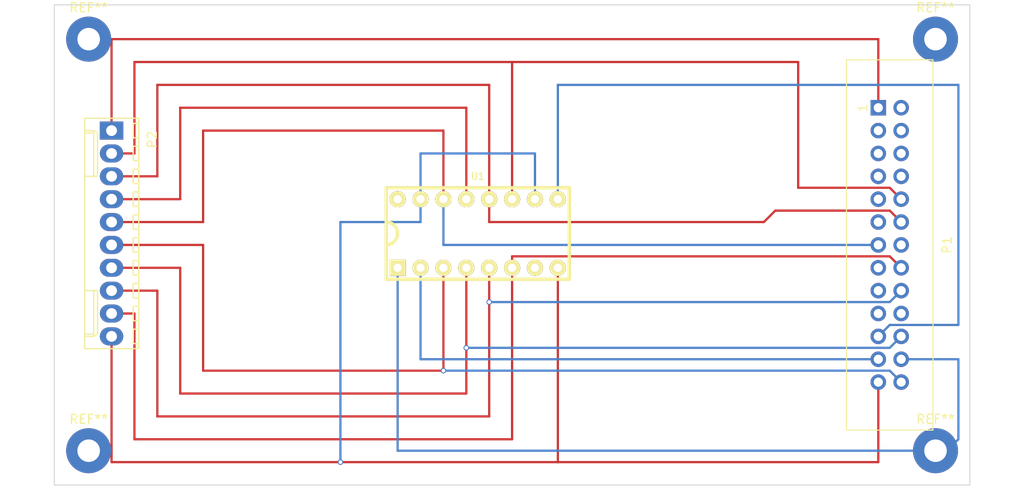
<source format=kicad_pcb>
(kicad_pcb (version 4) (host pcbnew 4.0.5-e0-6337~49~ubuntu16.04.1)

  (general
    (links 23)
    (no_connects 0)
    (area 119.329999 57.099999 221.030001 110.540001)
    (thickness 1.6)
    (drawings 4)
    (tracks 85)
    (zones 0)
    (modules 7)
    (nets 30)
  )

  (page A4)
  (layers
    (0 F.Cu signal)
    (31 B.Cu signal)
    (32 B.Adhes user)
    (33 F.Adhes user)
    (34 B.Paste user)
    (35 F.Paste user)
    (36 B.SilkS user)
    (37 F.SilkS user)
    (38 B.Mask user)
    (39 F.Mask user)
    (40 Dwgs.User user)
    (41 Cmts.User user)
    (42 Eco1.User user)
    (43 Eco2.User user)
    (44 Edge.Cuts user)
    (45 Margin user)
    (46 B.CrtYd user)
    (47 F.CrtYd user)
    (48 B.Fab user)
    (49 F.Fab user)
  )

  (setup
    (last_trace_width 0.25)
    (trace_clearance 0.2)
    (zone_clearance 0.508)
    (zone_45_only no)
    (trace_min 0.2)
    (segment_width 0.2)
    (edge_width 0.1)
    (via_size 0.6)
    (via_drill 0.4)
    (via_min_size 0.4)
    (via_min_drill 0.3)
    (uvia_size 0.3)
    (uvia_drill 0.1)
    (uvias_allowed no)
    (uvia_min_size 0.2)
    (uvia_min_drill 0.1)
    (pcb_text_width 0.3)
    (pcb_text_size 1.5 1.5)
    (mod_edge_width 0.15)
    (mod_text_size 1 1)
    (mod_text_width 0.15)
    (pad_size 1.5 1.5)
    (pad_drill 0.6)
    (pad_to_mask_clearance 0)
    (aux_axis_origin 0 0)
    (grid_origin 123.19 52.07)
    (visible_elements FFFFFF7F)
    (pcbplotparams
      (layerselection 0x00030_80000001)
      (usegerberextensions false)
      (excludeedgelayer true)
      (linewidth 0.100000)
      (plotframeref false)
      (viasonmask false)
      (mode 1)
      (useauxorigin false)
      (hpglpennumber 1)
      (hpglpenspeed 20)
      (hpglpendiameter 15)
      (hpglpenoverlay 2)
      (psnegative false)
      (psa4output false)
      (plotreference true)
      (plotvalue true)
      (plotinvisibletext false)
      (padsonsilk false)
      (subtractmaskfromsilk false)
      (outputformat 1)
      (mirror false)
      (drillshape 0)
      (scaleselection 1)
      (outputdirectory ""))
  )

  (net 0 "")
  (net 1 GND)
  (net 2 "Net-(P1-Pad2)")
  (net 3 "Net-(P1-Pad3)")
  (net 4 "Net-(P1-Pad4)")
  (net 5 "Net-(P1-Pad5)")
  (net 6 "Net-(P1-Pad6)")
  (net 7 "Net-(P1-Pad7)")
  (net 8 "Net-(P1-Pad8)")
  (net 9 "Net-(P1-Pad9)")
  (net 10 "Net-(P1-Pad10)")
  (net 11 "Net-(P1-Pad11)")
  (net 12 "Net-(P1-Pad12)")
  (net 13 "Net-(P1-Pad13)")
  (net 14 "Net-(P1-Pad14)")
  (net 15 "Net-(P1-Pad15)")
  (net 16 "Net-(P1-Pad16)")
  (net 17 "Net-(P1-Pad17)")
  (net 18 "Net-(P1-Pad18)")
  (net 19 "Net-(P1-Pad19)")
  (net 20 "Net-(P1-Pad20)")
  (net 21 "Net-(P1-Pad21)")
  (net 22 "Net-(P1-Pad22)")
  (net 23 "Net-(P1-Pad23)")
  (net 24 "Net-(P1-Pad24)")
  (net 25 +3V3)
  (net 26 "Net-(P1-Pad26)")
  (net 27 "Net-(P2-Pad4)")
  (net 28 "Net-(U1-Pad7)")
  (net 29 VCC)

  (net_class Default "This is the default net class."
    (clearance 0.2)
    (trace_width 0.25)
    (via_dia 0.6)
    (via_drill 0.4)
    (uvia_dia 0.3)
    (uvia_drill 0.1)
    (add_net +3V3)
    (add_net GND)
    (add_net "Net-(P1-Pad10)")
    (add_net "Net-(P1-Pad11)")
    (add_net "Net-(P1-Pad12)")
    (add_net "Net-(P1-Pad13)")
    (add_net "Net-(P1-Pad14)")
    (add_net "Net-(P1-Pad15)")
    (add_net "Net-(P1-Pad16)")
    (add_net "Net-(P1-Pad17)")
    (add_net "Net-(P1-Pad18)")
    (add_net "Net-(P1-Pad19)")
    (add_net "Net-(P1-Pad2)")
    (add_net "Net-(P1-Pad20)")
    (add_net "Net-(P1-Pad21)")
    (add_net "Net-(P1-Pad22)")
    (add_net "Net-(P1-Pad23)")
    (add_net "Net-(P1-Pad24)")
    (add_net "Net-(P1-Pad26)")
    (add_net "Net-(P1-Pad3)")
    (add_net "Net-(P1-Pad4)")
    (add_net "Net-(P1-Pad5)")
    (add_net "Net-(P1-Pad6)")
    (add_net "Net-(P1-Pad7)")
    (add_net "Net-(P1-Pad8)")
    (add_net "Net-(P1-Pad9)")
    (add_net "Net-(P2-Pad4)")
    (add_net "Net-(U1-Pad7)")
    (add_net VCC)
  )

  (module Connect:IDC_Header_Straight_26pins (layer F.Cu) (tedit 0) (tstamp 58716D2A)
    (at 210.82 68.58 270)
    (descr "26 pins through hole IDC header")
    (tags "IDC header socket VASCH")
    (path /585C4A7F)
    (fp_text reference P1 (at 15.24 -7.62 270) (layer F.SilkS)
      (effects (font (size 1 1) (thickness 0.15)))
    )
    (fp_text value CONN_02X13 (at 15.24 5.223 270) (layer F.Fab)
      (effects (font (size 1 1) (thickness 0.15)))
    )
    (fp_line (start -5.08 -5.82) (end 35.56 -5.82) (layer F.Fab) (width 0.1))
    (fp_line (start -4.54 -5.27) (end 35 -5.27) (layer F.Fab) (width 0.1))
    (fp_line (start -5.08 3.28) (end 35.56 3.28) (layer F.Fab) (width 0.1))
    (fp_line (start -4.54 2.73) (end 12.99 2.73) (layer F.Fab) (width 0.1))
    (fp_line (start 17.49 2.73) (end 35 2.73) (layer F.Fab) (width 0.1))
    (fp_line (start 12.99 2.73) (end 12.99 3.28) (layer F.Fab) (width 0.1))
    (fp_line (start 17.49 2.73) (end 17.49 3.28) (layer F.Fab) (width 0.1))
    (fp_line (start -5.08 -5.82) (end -5.08 3.28) (layer F.Fab) (width 0.1))
    (fp_line (start -4.54 -5.27) (end -4.54 2.73) (layer F.Fab) (width 0.1))
    (fp_line (start 35.56 -5.82) (end 35.56 3.28) (layer F.Fab) (width 0.1))
    (fp_line (start 35 -5.27) (end 35 2.73) (layer F.Fab) (width 0.1))
    (fp_line (start -5.08 -5.82) (end -4.54 -5.27) (layer F.Fab) (width 0.1))
    (fp_line (start 35.56 -5.82) (end 35 -5.27) (layer F.Fab) (width 0.1))
    (fp_line (start -5.08 3.28) (end -4.54 2.73) (layer F.Fab) (width 0.1))
    (fp_line (start 35.56 3.28) (end 35 2.73) (layer F.Fab) (width 0.1))
    (fp_line (start -5.58 -6.32) (end 36.06 -6.32) (layer F.CrtYd) (width 0.05))
    (fp_line (start 36.06 -6.32) (end 36.06 3.78) (layer F.CrtYd) (width 0.05))
    (fp_line (start 36.06 3.78) (end -5.58 3.78) (layer F.CrtYd) (width 0.05))
    (fp_line (start -5.58 3.78) (end -5.58 -6.32) (layer F.CrtYd) (width 0.05))
    (fp_text user 1 (at 0.02 1.72 270) (layer F.SilkS)
      (effects (font (size 1 1) (thickness 0.12)))
    )
    (fp_line (start -5.33 -6.07) (end 35.81 -6.07) (layer F.SilkS) (width 0.12))
    (fp_line (start 35.81 -6.07) (end 35.81 3.53) (layer F.SilkS) (width 0.12))
    (fp_line (start 35.81 3.53) (end -5.33 3.53) (layer F.SilkS) (width 0.12))
    (fp_line (start -5.33 3.53) (end -5.33 -6.07) (layer F.SilkS) (width 0.12))
    (pad 1 thru_hole rect (at 0 0 270) (size 1.7272 1.7272) (drill 1.016) (layers *.Cu *.Mask)
      (net 25 +3V3))
    (pad 2 thru_hole oval (at 0 -2.54 270) (size 1.7272 1.7272) (drill 1.016) (layers *.Cu *.Mask)
      (net 2 "Net-(P1-Pad2)"))
    (pad 3 thru_hole oval (at 2.54 0 270) (size 1.7272 1.7272) (drill 1.016) (layers *.Cu *.Mask)
      (net 3 "Net-(P1-Pad3)"))
    (pad 4 thru_hole oval (at 2.54 -2.54 270) (size 1.7272 1.7272) (drill 1.016) (layers *.Cu *.Mask)
      (net 4 "Net-(P1-Pad4)"))
    (pad 5 thru_hole oval (at 5.08 0 270) (size 1.7272 1.7272) (drill 1.016) (layers *.Cu *.Mask)
      (net 5 "Net-(P1-Pad5)"))
    (pad 6 thru_hole oval (at 5.08 -2.54 270) (size 1.7272 1.7272) (drill 1.016) (layers *.Cu *.Mask)
      (net 6 "Net-(P1-Pad6)"))
    (pad 7 thru_hole oval (at 7.62 0 270) (size 1.7272 1.7272) (drill 1.016) (layers *.Cu *.Mask)
      (net 7 "Net-(P1-Pad7)"))
    (pad 8 thru_hole oval (at 7.62 -2.54 270) (size 1.7272 1.7272) (drill 1.016) (layers *.Cu *.Mask)
      (net 8 "Net-(P1-Pad8)"))
    (pad 9 thru_hole oval (at 10.16 0 270) (size 1.7272 1.7272) (drill 1.016) (layers *.Cu *.Mask)
      (net 9 "Net-(P1-Pad9)"))
    (pad 10 thru_hole oval (at 10.16 -2.54 270) (size 1.7272 1.7272) (drill 1.016) (layers *.Cu *.Mask)
      (net 10 "Net-(P1-Pad10)"))
    (pad 11 thru_hole oval (at 12.7 0 270) (size 1.7272 1.7272) (drill 1.016) (layers *.Cu *.Mask)
      (net 11 "Net-(P1-Pad11)"))
    (pad 12 thru_hole oval (at 12.7 -2.54 270) (size 1.7272 1.7272) (drill 1.016) (layers *.Cu *.Mask)
      (net 12 "Net-(P1-Pad12)"))
    (pad 13 thru_hole oval (at 15.24 0 270) (size 1.7272 1.7272) (drill 1.016) (layers *.Cu *.Mask)
      (net 13 "Net-(P1-Pad13)"))
    (pad 14 thru_hole oval (at 15.24 -2.54 270) (size 1.7272 1.7272) (drill 1.016) (layers *.Cu *.Mask)
      (net 14 "Net-(P1-Pad14)"))
    (pad 15 thru_hole oval (at 17.78 0 270) (size 1.7272 1.7272) (drill 1.016) (layers *.Cu *.Mask)
      (net 15 "Net-(P1-Pad15)"))
    (pad 16 thru_hole oval (at 17.78 -2.54 270) (size 1.7272 1.7272) (drill 1.016) (layers *.Cu *.Mask)
      (net 16 "Net-(P1-Pad16)"))
    (pad 17 thru_hole oval (at 20.32 0 270) (size 1.7272 1.7272) (drill 1.016) (layers *.Cu *.Mask)
      (net 17 "Net-(P1-Pad17)"))
    (pad 18 thru_hole oval (at 20.32 -2.54 270) (size 1.7272 1.7272) (drill 1.016) (layers *.Cu *.Mask)
      (net 18 "Net-(P1-Pad18)"))
    (pad 19 thru_hole oval (at 22.86 0 270) (size 1.7272 1.7272) (drill 1.016) (layers *.Cu *.Mask)
      (net 19 "Net-(P1-Pad19)"))
    (pad 20 thru_hole oval (at 22.86 -2.54 270) (size 1.7272 1.7272) (drill 1.016) (layers *.Cu *.Mask)
      (net 20 "Net-(P1-Pad20)"))
    (pad 21 thru_hole oval (at 25.4 0 270) (size 1.7272 1.7272) (drill 1.016) (layers *.Cu *.Mask)
      (net 21 "Net-(P1-Pad21)"))
    (pad 22 thru_hole oval (at 25.4 -2.54 270) (size 1.7272 1.7272) (drill 1.016) (layers *.Cu *.Mask)
      (net 22 "Net-(P1-Pad22)"))
    (pad 23 thru_hole oval (at 27.94 0 270) (size 1.7272 1.7272) (drill 1.016) (layers *.Cu *.Mask)
      (net 23 "Net-(P1-Pad23)"))
    (pad 24 thru_hole oval (at 27.94 -2.54 270) (size 1.7272 1.7272) (drill 1.016) (layers *.Cu *.Mask)
      (net 24 "Net-(P1-Pad24)"))
    (pad 25 thru_hole oval (at 30.48 0 270) (size 1.7272 1.7272) (drill 1.016) (layers *.Cu *.Mask)
      (net 1 GND))
    (pad 26 thru_hole oval (at 30.48 -2.54 270) (size 1.7272 1.7272) (drill 1.016) (layers *.Cu *.Mask)
      (net 26 "Net-(P1-Pad26)"))
  )

  (module Connectors_Molex:Molex_KK-6410-10_10x2.54mm_Straight (layer F.Cu) (tedit 56C6219D) (tstamp 58716D6C)
    (at 125.73 71.12 270)
    (descr "Connector Headers with Friction Lock, 22-27-2101, http://www.molex.com/pdm_docs/sd/022272021_sd.pdf")
    (tags "connector molex kk_6410 22-27-2101")
    (path /585C4A00)
    (fp_text reference P2 (at 1 -4.5 270) (layer F.SilkS)
      (effects (font (size 1 1) (thickness 0.15)))
    )
    (fp_text value CONN_01X10 (at 11.43 4.5 270) (layer F.Fab)
      (effects (font (size 1 1) (thickness 0.15)))
    )
    (fp_line (start -1.37 -3.02) (end -1.37 2.98) (layer F.SilkS) (width 0.15))
    (fp_line (start -1.37 2.98) (end 24.23 2.98) (layer F.SilkS) (width 0.15))
    (fp_line (start 24.23 2.98) (end 24.23 -3.02) (layer F.SilkS) (width 0.15))
    (fp_line (start 24.23 -3.02) (end -1.37 -3.02) (layer F.SilkS) (width 0.15))
    (fp_line (start 0 2.98) (end 0 1.98) (layer F.SilkS) (width 0.15))
    (fp_line (start 0 1.98) (end 5.08 1.98) (layer F.SilkS) (width 0.15))
    (fp_line (start 5.08 1.98) (end 5.08 2.98) (layer F.SilkS) (width 0.15))
    (fp_line (start 0 1.98) (end 0.25 1.55) (layer F.SilkS) (width 0.15))
    (fp_line (start 0.25 1.55) (end 5.08 1.55) (layer F.SilkS) (width 0.15))
    (fp_line (start 5.08 1.55) (end 5.08 1.98) (layer F.SilkS) (width 0.15))
    (fp_line (start 0.25 2.98) (end 0.25 1.98) (layer F.SilkS) (width 0.15))
    (fp_line (start 22.86 2.98) (end 22.86 1.98) (layer F.SilkS) (width 0.15))
    (fp_line (start 22.86 1.98) (end 17.78 1.98) (layer F.SilkS) (width 0.15))
    (fp_line (start 17.78 1.98) (end 17.78 2.98) (layer F.SilkS) (width 0.15))
    (fp_line (start 22.86 1.98) (end 22.61 1.55) (layer F.SilkS) (width 0.15))
    (fp_line (start 22.61 1.55) (end 17.78 1.55) (layer F.SilkS) (width 0.15))
    (fp_line (start 17.78 1.55) (end 17.78 1.98) (layer F.SilkS) (width 0.15))
    (fp_line (start 22.61 2.98) (end 22.61 1.98) (layer F.SilkS) (width 0.15))
    (fp_line (start -0.8 -3.02) (end -0.8 -2.4) (layer F.SilkS) (width 0.15))
    (fp_line (start -0.8 -2.4) (end 0.8 -2.4) (layer F.SilkS) (width 0.15))
    (fp_line (start 0.8 -2.4) (end 0.8 -3.02) (layer F.SilkS) (width 0.15))
    (fp_line (start 1.74 -3.02) (end 1.74 -2.4) (layer F.SilkS) (width 0.15))
    (fp_line (start 1.74 -2.4) (end 3.34 -2.4) (layer F.SilkS) (width 0.15))
    (fp_line (start 3.34 -2.4) (end 3.34 -3.02) (layer F.SilkS) (width 0.15))
    (fp_line (start 4.28 -3.02) (end 4.28 -2.4) (layer F.SilkS) (width 0.15))
    (fp_line (start 4.28 -2.4) (end 5.88 -2.4) (layer F.SilkS) (width 0.15))
    (fp_line (start 5.88 -2.4) (end 5.88 -3.02) (layer F.SilkS) (width 0.15))
    (fp_line (start 6.82 -3.02) (end 6.82 -2.4) (layer F.SilkS) (width 0.15))
    (fp_line (start 6.82 -2.4) (end 8.42 -2.4) (layer F.SilkS) (width 0.15))
    (fp_line (start 8.42 -2.4) (end 8.42 -3.02) (layer F.SilkS) (width 0.15))
    (fp_line (start 9.36 -3.02) (end 9.36 -2.4) (layer F.SilkS) (width 0.15))
    (fp_line (start 9.36 -2.4) (end 10.96 -2.4) (layer F.SilkS) (width 0.15))
    (fp_line (start 10.96 -2.4) (end 10.96 -3.02) (layer F.SilkS) (width 0.15))
    (fp_line (start 11.9 -3.02) (end 11.9 -2.4) (layer F.SilkS) (width 0.15))
    (fp_line (start 11.9 -2.4) (end 13.5 -2.4) (layer F.SilkS) (width 0.15))
    (fp_line (start 13.5 -2.4) (end 13.5 -3.02) (layer F.SilkS) (width 0.15))
    (fp_line (start 14.44 -3.02) (end 14.44 -2.4) (layer F.SilkS) (width 0.15))
    (fp_line (start 14.44 -2.4) (end 16.04 -2.4) (layer F.SilkS) (width 0.15))
    (fp_line (start 16.04 -2.4) (end 16.04 -3.02) (layer F.SilkS) (width 0.15))
    (fp_line (start 16.98 -3.02) (end 16.98 -2.4) (layer F.SilkS) (width 0.15))
    (fp_line (start 16.98 -2.4) (end 18.58 -2.4) (layer F.SilkS) (width 0.15))
    (fp_line (start 18.58 -2.4) (end 18.58 -3.02) (layer F.SilkS) (width 0.15))
    (fp_line (start 19.52 -3.02) (end 19.52 -2.4) (layer F.SilkS) (width 0.15))
    (fp_line (start 19.52 -2.4) (end 21.12 -2.4) (layer F.SilkS) (width 0.15))
    (fp_line (start 21.12 -2.4) (end 21.12 -3.02) (layer F.SilkS) (width 0.15))
    (fp_line (start 22.06 -3.02) (end 22.06 -2.4) (layer F.SilkS) (width 0.15))
    (fp_line (start 22.06 -2.4) (end 23.66 -2.4) (layer F.SilkS) (width 0.15))
    (fp_line (start 23.66 -2.4) (end 23.66 -3.02) (layer F.SilkS) (width 0.15))
    (fp_line (start -1.9 3.5) (end -1.9 -3.55) (layer F.CrtYd) (width 0.05))
    (fp_line (start -1.9 -3.55) (end 24.75 -3.55) (layer F.CrtYd) (width 0.05))
    (fp_line (start 24.75 -3.55) (end 24.75 3.5) (layer F.CrtYd) (width 0.05))
    (fp_line (start 24.75 3.5) (end -1.9 3.5) (layer F.CrtYd) (width 0.05))
    (pad 1 thru_hole rect (at 0 0 270) (size 2 2.6) (drill 1.2) (layers *.Cu *.Mask)
      (net 25 +3V3))
    (pad 2 thru_hole oval (at 2.54 0 270) (size 2 2.6) (drill 1.2) (layers *.Cu *.Mask)
      (net 10 "Net-(P1-Pad10)"))
    (pad 3 thru_hole oval (at 5.08 0 270) (size 2 2.6) (drill 1.2) (layers *.Cu *.Mask)
      (net 12 "Net-(P1-Pad12)"))
    (pad 4 thru_hole oval (at 7.62 0 270) (size 2 2.6) (drill 1.2) (layers *.Cu *.Mask)
      (net 27 "Net-(P2-Pad4)"))
    (pad 5 thru_hole oval (at 10.16 0 270) (size 2 2.6) (drill 1.2) (layers *.Cu *.Mask)
      (net 13 "Net-(P1-Pad13)"))
    (pad 6 thru_hole oval (at 12.7 0 270) (size 2 2.6) (drill 1.2) (layers *.Cu *.Mask)
      (net 26 "Net-(P1-Pad26)"))
    (pad 7 thru_hole oval (at 15.24 0 270) (size 2 2.6) (drill 1.2) (layers *.Cu *.Mask)
      (net 22 "Net-(P1-Pad22)"))
    (pad 8 thru_hole oval (at 17.78 0 270) (size 2 2.6) (drill 1.2) (layers *.Cu *.Mask)
      (net 18 "Net-(P1-Pad18)"))
    (pad 9 thru_hole oval (at 20.32 0 270) (size 2 2.6) (drill 1.2) (layers *.Cu *.Mask)
      (net 16 "Net-(P1-Pad16)"))
    (pad 10 thru_hole oval (at 22.86 0 270) (size 2 2.6) (drill 1.2) (layers *.Cu *.Mask)
      (net 1 GND))
  )

  (module dip:DIP16 (layer F.Cu) (tedit 0) (tstamp 58716D86)
    (at 166.37 82.55)
    (path /585C4865)
    (fp_text reference U1 (at 0 -6.35) (layer F.SilkS)
      (effects (font (size 0.762 0.762) (thickness 0.1524)))
    )
    (fp_text value 74LS165 (at 0 0) (layer F.SilkS) hide
      (effects (font (size 0.762 0.762) (thickness 0.1524)))
    )
    (fp_arc (start -10.16 0) (end -10.16 -1.27) (angle 90) (layer F.SilkS) (width 0.381))
    (fp_arc (start -10.16 0) (end -8.89 0) (angle 90) (layer F.SilkS) (width 0.381))
    (fp_line (start -10.16 -5.08) (end -10.16 5.08) (layer F.SilkS) (width 0.381))
    (fp_line (start -10.16 5.08) (end 10.16 5.08) (layer F.SilkS) (width 0.381))
    (fp_line (start 10.16 5.08) (end 10.16 -5.08) (layer F.SilkS) (width 0.381))
    (fp_line (start 10.16 -5.08) (end -10.16 -5.08) (layer F.SilkS) (width 0.381))
    (pad 1 thru_hole rect (at -8.89 3.81) (size 1.8 1.8) (drill 0.9) (layers *.Cu *.Mask F.SilkS)
      (net 24 "Net-(P1-Pad24)"))
    (pad 2 thru_hole circle (at -6.35 3.81) (size 1.8 1.8) (drill 0.9) (layers *.Cu *.Mask F.SilkS)
      (net 23 "Net-(P1-Pad23)"))
    (pad 4 thru_hole circle (at -1.27 3.81) (size 1.8 1.8) (drill 0.9) (layers *.Cu *.Mask F.SilkS)
      (net 22 "Net-(P1-Pad22)"))
    (pad 5 thru_hole circle (at 1.27 3.81) (size 1.8 1.8) (drill 0.9) (layers *.Cu *.Mask F.SilkS)
      (net 18 "Net-(P1-Pad18)"))
    (pad 6 thru_hole circle (at 3.81 3.81) (size 1.8 1.8) (drill 0.9) (layers *.Cu *.Mask F.SilkS)
      (net 16 "Net-(P1-Pad16)"))
    (pad 7 thru_hole circle (at 6.35 3.81) (size 1.8 1.8) (drill 0.9) (layers *.Cu *.Mask F.SilkS)
      (net 28 "Net-(U1-Pad7)"))
    (pad 8 thru_hole circle (at 8.89 3.81) (size 1.8 1.8) (drill 0.9) (layers *.Cu *.Mask F.SilkS)
      (net 1 GND))
    (pad 9 thru_hole circle (at 8.89 -3.81) (size 1.8 1.8) (drill 0.9) (layers *.Cu *.Mask F.SilkS)
      (net 21 "Net-(P1-Pad21)"))
    (pad 10 thru_hole circle (at 6.35 -3.81) (size 1.8 1.8) (drill 0.9) (layers *.Cu *.Mask F.SilkS)
      (net 1 GND))
    (pad 11 thru_hole circle (at 3.81 -3.81) (size 1.8 1.8) (drill 0.9) (layers *.Cu *.Mask F.SilkS)
      (net 10 "Net-(P1-Pad10)"))
    (pad 12 thru_hole circle (at 1.27 -3.81) (size 1.8 1.8) (drill 0.9) (layers *.Cu *.Mask F.SilkS)
      (net 12 "Net-(P1-Pad12)"))
    (pad 13 thru_hole circle (at -1.27 -3.81) (size 1.8 1.8) (drill 0.9) (layers *.Cu *.Mask F.SilkS)
      (net 27 "Net-(P2-Pad4)"))
    (pad 14 thru_hole circle (at -3.81 -3.81) (size 1.8 1.8) (drill 0.9) (layers *.Cu *.Mask F.SilkS)
      (net 13 "Net-(P1-Pad13)"))
    (pad 15 thru_hole circle (at -6.35 -3.81) (size 1.8 1.8) (drill 0.9) (layers *.Cu *.Mask F.SilkS)
      (net 1 GND))
    (pad 16 thru_hole circle (at -8.89 -3.81) (size 1.8 1.8) (drill 0.9) (layers *.Cu *.Mask F.SilkS)
      (net 29 VCC))
    (pad 3 thru_hole circle (at -3.81 3.81) (size 1.8 1.8) (drill 0.9) (layers *.Cu *.Mask F.SilkS)
      (net 26 "Net-(P1-Pad26)"))
  )

  (module Mounting_Holes:MountingHole_2.5mm_Pad (layer F.Cu) (tedit 56D1B4CB) (tstamp 58728FBE)
    (at 217.17 60.96)
    (descr "Mounting Hole 2.5mm")
    (tags "mounting hole 2.5mm")
    (fp_text reference REF** (at 0 -3.5) (layer F.SilkS)
      (effects (font (size 1 1) (thickness 0.15)))
    )
    (fp_text value MountingHole_2.5mm_Pad (at 0 3.5) (layer F.Fab)
      (effects (font (size 1 1) (thickness 0.15)))
    )
    (fp_circle (center 0 0) (end 2.5 0) (layer Cmts.User) (width 0.15))
    (fp_circle (center 0 0) (end 2.75 0) (layer F.CrtYd) (width 0.05))
    (pad 1 thru_hole circle (at 0 0) (size 5 5) (drill 2.5) (layers *.Cu *.Mask))
  )

  (module Mounting_Holes:MountingHole_2.5mm_Pad (layer F.Cu) (tedit 56D1B4CB) (tstamp 58728FE4)
    (at 217.17 106.68)
    (descr "Mounting Hole 2.5mm")
    (tags "mounting hole 2.5mm")
    (fp_text reference REF** (at 0 -3.5) (layer F.SilkS)
      (effects (font (size 1 1) (thickness 0.15)))
    )
    (fp_text value MountingHole_2.5mm_Pad (at 0 3.5) (layer F.Fab)
      (effects (font (size 1 1) (thickness 0.15)))
    )
    (fp_circle (center 0 0) (end 2.5 0) (layer Cmts.User) (width 0.15))
    (fp_circle (center 0 0) (end 2.75 0) (layer F.CrtYd) (width 0.05))
    (pad 1 thru_hole circle (at 0 0) (size 5 5) (drill 2.5) (layers *.Cu *.Mask))
  )

  (module Mounting_Holes:MountingHole_2.5mm_Pad (layer F.Cu) (tedit 56D1B4CB) (tstamp 58728FF5)
    (at 123.19 106.68)
    (descr "Mounting Hole 2.5mm")
    (tags "mounting hole 2.5mm")
    (fp_text reference REF** (at 0 -3.5) (layer F.SilkS)
      (effects (font (size 1 1) (thickness 0.15)))
    )
    (fp_text value MountingHole_2.5mm_Pad (at 0 3.5) (layer F.Fab)
      (effects (font (size 1 1) (thickness 0.15)))
    )
    (fp_circle (center 0 0) (end 2.5 0) (layer Cmts.User) (width 0.15))
    (fp_circle (center 0 0) (end 2.75 0) (layer F.CrtYd) (width 0.05))
    (pad 1 thru_hole circle (at 0 0) (size 5 5) (drill 2.5) (layers *.Cu *.Mask))
  )

  (module Mounting_Holes:MountingHole_2.5mm_Pad (layer F.Cu) (tedit 56D1B4CB) (tstamp 58728FFE)
    (at 123.19 60.96)
    (descr "Mounting Hole 2.5mm")
    (tags "mounting hole 2.5mm")
    (fp_text reference REF** (at 0 -3.5) (layer F.SilkS)
      (effects (font (size 1 1) (thickness 0.15)))
    )
    (fp_text value MountingHole_2.5mm_Pad (at 0 3.5) (layer F.Fab)
      (effects (font (size 1 1) (thickness 0.15)))
    )
    (fp_circle (center 0 0) (end 2.5 0) (layer Cmts.User) (width 0.15))
    (fp_circle (center 0 0) (end 2.75 0) (layer F.CrtYd) (width 0.05))
    (pad 1 thru_hole circle (at 0 0) (size 5 5) (drill 2.5) (layers *.Cu *.Mask))
  )

  (gr_line (start 119.38 110.49) (end 119.38 57.15) (angle 90) (layer Edge.Cuts) (width 0.1))
  (gr_line (start 220.98 110.49) (end 119.38 110.49) (angle 90) (layer Edge.Cuts) (width 0.1))
  (gr_line (start 220.98 57.15) (end 220.98 110.49) (angle 90) (layer Edge.Cuts) (width 0.1))
  (gr_line (start 119.38 57.15) (end 220.98 57.15) (angle 90) (layer Edge.Cuts) (width 0.1))

  (segment (start 160.02 78.74) (end 160.02 73.66) (width 0.25) (layer B.Cu) (net 1))
  (segment (start 172.72 73.66) (end 172.72 78.74) (width 0.25) (layer B.Cu) (net 1) (tstamp 58717E3F))
  (segment (start 160.02 73.66) (end 172.72 73.66) (width 0.25) (layer B.Cu) (net 1) (tstamp 58717E3D))
  (segment (start 160.02 78.74) (end 160.02 81.28) (width 0.25) (layer B.Cu) (net 1))
  (via (at 151.13 107.95) (size 0.6) (drill 0.4) (layers F.Cu B.Cu) (net 1))
  (segment (start 151.13 81.28) (end 151.13 107.95) (width 0.25) (layer B.Cu) (net 1) (tstamp 58717E1D))
  (segment (start 160.02 81.28) (end 151.13 81.28) (width 0.25) (layer B.Cu) (net 1) (tstamp 58717E18))
  (segment (start 175.26 86.36) (end 175.26 107.95) (width 0.25) (layer F.Cu) (net 1))
  (segment (start 210.82 99.06) (end 210.82 107.95) (width 0.25) (layer F.Cu) (net 1))
  (segment (start 125.73 107.95) (end 125.73 93.98) (width 0.25) (layer F.Cu) (net 1) (tstamp 587172A1))
  (segment (start 210.82 107.95) (end 175.26 107.95) (width 0.25) (layer F.Cu) (net 1) (tstamp 587172A0))
  (segment (start 175.26 107.95) (end 151.13 107.95) (width 0.25) (layer F.Cu) (net 1) (tstamp 587172A7))
  (segment (start 151.13 107.95) (end 125.73 107.95) (width 0.25) (layer F.Cu) (net 1) (tstamp 58717E28))
  (segment (start 213.36 78.74) (end 212.09 77.47) (width 0.25) (layer F.Cu) (net 10))
  (segment (start 201.93 63.5) (end 170.18 63.5) (width 0.25) (layer F.Cu) (net 10) (tstamp 58717342))
  (segment (start 201.93 77.47) (end 201.93 63.5) (width 0.25) (layer F.Cu) (net 10) (tstamp 5871733C))
  (segment (start 212.09 77.47) (end 201.93 77.47) (width 0.25) (layer F.Cu) (net 10) (tstamp 5871733A))
  (segment (start 125.73 73.66) (end 128.27 73.66) (width 0.25) (layer F.Cu) (net 10))
  (segment (start 170.18 63.5) (end 170.18 78.74) (width 0.25) (layer F.Cu) (net 10) (tstamp 587172AB))
  (segment (start 128.27 63.5) (end 170.18 63.5) (width 0.25) (layer F.Cu) (net 10) (tstamp 587172AA))
  (segment (start 128.27 73.66) (end 128.27 63.5) (width 0.25) (layer F.Cu) (net 10) (tstamp 587172A9))
  (segment (start 213.36 81.28) (end 212.09 80.01) (width 0.25) (layer F.Cu) (net 12))
  (segment (start 167.64 81.28) (end 167.64 78.74) (width 0.25) (layer F.Cu) (net 12) (tstamp 58717375))
  (segment (start 198.12 81.28) (end 167.64 81.28) (width 0.25) (layer F.Cu) (net 12) (tstamp 5871735C))
  (segment (start 199.39 80.01) (end 198.12 81.28) (width 0.25) (layer F.Cu) (net 12) (tstamp 58717359))
  (segment (start 212.09 80.01) (end 199.39 80.01) (width 0.25) (layer F.Cu) (net 12) (tstamp 58717357))
  (segment (start 125.73 76.2) (end 130.81 76.2) (width 0.25) (layer F.Cu) (net 12))
  (segment (start 167.64 66.04) (end 167.64 78.74) (width 0.25) (layer F.Cu) (net 12) (tstamp 587172B0))
  (segment (start 130.81 66.04) (end 167.64 66.04) (width 0.25) (layer F.Cu) (net 12) (tstamp 587172AF))
  (segment (start 130.81 76.2) (end 130.81 66.04) (width 0.25) (layer F.Cu) (net 12) (tstamp 587172AE))
  (segment (start 210.82 83.82) (end 162.56 83.82) (width 0.25) (layer B.Cu) (net 13))
  (segment (start 162.56 83.82) (end 162.56 78.74) (width 0.25) (layer B.Cu) (net 13) (tstamp 5871747E))
  (segment (start 125.73 81.28) (end 135.89 81.28) (width 0.25) (layer F.Cu) (net 13))
  (segment (start 162.56 71.12) (end 162.56 78.74) (width 0.25) (layer F.Cu) (net 13) (tstamp 587172BD))
  (segment (start 135.89 71.12) (end 162.56 71.12) (width 0.25) (layer F.Cu) (net 13) (tstamp 587172BC))
  (segment (start 135.89 81.28) (end 135.89 71.12) (width 0.25) (layer F.Cu) (net 13) (tstamp 587172BB))
  (segment (start 213.36 86.36) (end 212.09 85.09) (width 0.25) (layer F.Cu) (net 16))
  (segment (start 170.18 85.09) (end 170.18 86.36) (width 0.25) (layer F.Cu) (net 16) (tstamp 58717423))
  (segment (start 212.09 85.09) (end 170.18 85.09) (width 0.25) (layer F.Cu) (net 16) (tstamp 58717421))
  (segment (start 125.73 91.44) (end 128.27 91.44) (width 0.25) (layer F.Cu) (net 16))
  (segment (start 170.18 105.41) (end 170.18 86.36) (width 0.25) (layer F.Cu) (net 16) (tstamp 587172C2))
  (segment (start 128.27 105.41) (end 170.18 105.41) (width 0.25) (layer F.Cu) (net 16) (tstamp 587172C1))
  (segment (start 128.27 91.44) (end 128.27 105.41) (width 0.25) (layer F.Cu) (net 16) (tstamp 587172C0))
  (via (at 167.64 90.17) (size 0.6) (drill 0.4) (layers F.Cu B.Cu) (net 18))
  (segment (start 213.36 88.9) (end 212.09 90.17) (width 0.25) (layer B.Cu) (net 18))
  (segment (start 212.09 90.17) (end 167.64 90.17) (width 0.25) (layer B.Cu) (net 18) (tstamp 587175DC))
  (segment (start 125.73 88.9) (end 130.81 88.9) (width 0.25) (layer F.Cu) (net 18))
  (segment (start 167.64 102.87) (end 167.64 90.17) (width 0.25) (layer F.Cu) (net 18) (tstamp 587172C7))
  (segment (start 167.64 90.17) (end 167.64 86.36) (width 0.25) (layer F.Cu) (net 18) (tstamp 58717AEF))
  (segment (start 130.81 102.87) (end 167.64 102.87) (width 0.25) (layer F.Cu) (net 18) (tstamp 587172C6))
  (segment (start 130.81 88.9) (end 130.81 102.87) (width 0.25) (layer F.Cu) (net 18) (tstamp 587172C5))
  (segment (start 210.82 93.98) (end 212.09 92.71) (width 0.25) (layer B.Cu) (net 21))
  (segment (start 175.26 66.04) (end 175.26 78.74) (width 0.25) (layer B.Cu) (net 21) (tstamp 587175CD))
  (segment (start 219.71 66.04) (end 175.26 66.04) (width 0.25) (layer B.Cu) (net 21) (tstamp 587175C8))
  (segment (start 219.71 92.71) (end 219.71 66.04) (width 0.25) (layer B.Cu) (net 21) (tstamp 587175C4))
  (segment (start 212.09 92.71) (end 219.71 92.71) (width 0.25) (layer B.Cu) (net 21) (tstamp 587175C1))
  (via (at 165.1 95.25) (size 0.6) (drill 0.4) (layers F.Cu B.Cu) (net 22))
  (segment (start 213.36 93.98) (end 212.09 95.25) (width 0.25) (layer B.Cu) (net 22))
  (segment (start 212.09 95.25) (end 165.1 95.25) (width 0.25) (layer B.Cu) (net 22) (tstamp 587175B2))
  (segment (start 125.73 86.36) (end 133.35 86.36) (width 0.25) (layer F.Cu) (net 22))
  (segment (start 165.1 100.33) (end 165.1 95.25) (width 0.25) (layer F.Cu) (net 22) (tstamp 587172D3))
  (segment (start 165.1 95.25) (end 165.1 86.36) (width 0.25) (layer F.Cu) (net 22) (tstamp 58717ADC))
  (segment (start 133.35 100.33) (end 165.1 100.33) (width 0.25) (layer F.Cu) (net 22) (tstamp 587172D1))
  (segment (start 133.35 86.36) (end 133.35 100.33) (width 0.25) (layer F.Cu) (net 22) (tstamp 587172CD))
  (segment (start 210.82 96.52) (end 160.02 96.52) (width 0.25) (layer B.Cu) (net 23))
  (segment (start 160.02 96.52) (end 160.02 86.36) (width 0.25) (layer B.Cu) (net 23) (tstamp 587174D0))
  (segment (start 213.36 96.52) (end 219.71 96.52) (width 0.25) (layer B.Cu) (net 24))
  (segment (start 157.48 106.68) (end 157.48 86.36) (width 0.25) (layer B.Cu) (net 24) (tstamp 5871750E))
  (segment (start 218.44 106.68) (end 157.48 106.68) (width 0.25) (layer B.Cu) (net 24) (tstamp 58717506))
  (segment (start 219.71 105.41) (end 218.44 106.68) (width 0.25) (layer B.Cu) (net 24) (tstamp 58717503))
  (segment (start 219.71 96.52) (end 219.71 105.41) (width 0.25) (layer B.Cu) (net 24) (tstamp 587174FC))
  (segment (start 210.82 68.58) (end 210.82 60.96) (width 0.25) (layer F.Cu) (net 25))
  (segment (start 125.73 60.96) (end 125.73 71.12) (width 0.25) (layer F.Cu) (net 25) (tstamp 5871729D))
  (segment (start 210.82 60.96) (end 125.73 60.96) (width 0.25) (layer F.Cu) (net 25) (tstamp 5871729C))
  (via (at 162.56 97.79) (size 0.6) (drill 0.4) (layers F.Cu B.Cu) (net 26))
  (segment (start 213.36 99.06) (end 212.09 97.79) (width 0.25) (layer B.Cu) (net 26))
  (segment (start 212.09 97.79) (end 162.56 97.79) (width 0.25) (layer B.Cu) (net 26) (tstamp 5871762A))
  (segment (start 125.73 83.82) (end 135.89 83.82) (width 0.25) (layer F.Cu) (net 26))
  (segment (start 162.56 97.79) (end 162.56 86.36) (width 0.25) (layer F.Cu) (net 26) (tstamp 587172E1))
  (segment (start 135.89 97.79) (end 162.56 97.79) (width 0.25) (layer F.Cu) (net 26) (tstamp 587172DE))
  (segment (start 135.89 83.82) (end 135.89 97.79) (width 0.25) (layer F.Cu) (net 26) (tstamp 587172DB))
  (segment (start 125.73 78.74) (end 133.35 78.74) (width 0.25) (layer F.Cu) (net 27))
  (segment (start 165.1 68.58) (end 165.1 78.74) (width 0.25) (layer F.Cu) (net 27) (tstamp 587172B8))
  (segment (start 133.35 68.58) (end 165.1 68.58) (width 0.25) (layer F.Cu) (net 27) (tstamp 587172B7))
  (segment (start 133.35 78.74) (end 133.35 68.58) (width 0.25) (layer F.Cu) (net 27) (tstamp 587172B6))

)

</source>
